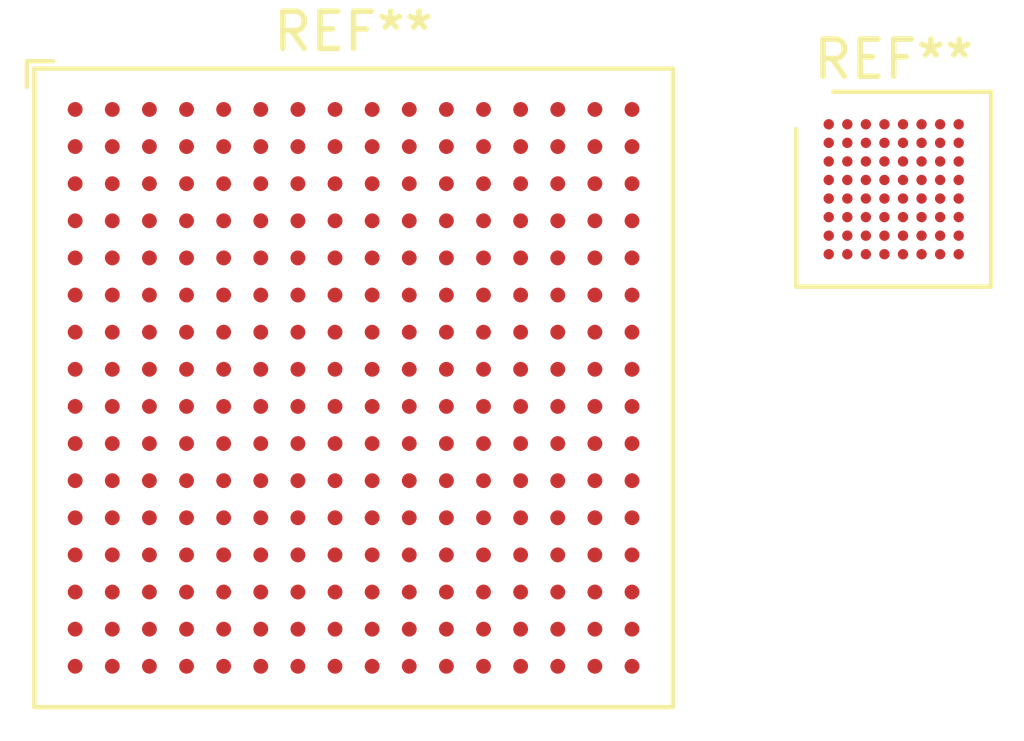
<source format=kicad_pcb>
(kicad_pcb (version 20171130) (host pcbnew "(5.1.2)-1")

  (general
    (thickness 1.6)
    (drawings 0)
    (tracks 0)
    (zones 0)
    (modules 2)
    (nets 1)
  )

  (page A4)
  (layers
    (0 F.Cu signal)
    (1 In1.Cu signal)
    (2 In2.Cu signal)
    (3 In3.Cu signal)
    (4 In4.Cu signal)
    (31 B.Cu signal)
    (32 B.Adhes user)
    (33 F.Adhes user)
    (34 B.Paste user)
    (35 F.Paste user)
    (36 B.SilkS user)
    (37 F.SilkS user)
    (38 B.Mask user)
    (39 F.Mask user)
    (40 Dwgs.User user)
    (41 Cmts.User user)
    (42 Eco1.User user)
    (43 Eco2.User user)
    (44 Edge.Cuts user)
    (45 Margin user)
    (46 B.CrtYd user)
    (47 F.CrtYd user)
    (48 B.Fab user)
    (49 F.Fab user hide)
  )

  (setup
    (last_trace_width 0.1)
    (user_trace_width 0.1)
    (user_trace_width 0.15)
    (user_trace_width 0.2)
    (user_trace_width 0.3)
    (trace_clearance 0.1)
    (zone_clearance 0.508)
    (zone_45_only no)
    (trace_min 0.1)
    (via_size 0.4)
    (via_drill 0.2)
    (via_min_size 0.4)
    (via_min_drill 0.2)
    (uvia_size 0.3)
    (uvia_drill 0.1)
    (uvias_allowed no)
    (uvia_min_size 0.2)
    (uvia_min_drill 0.1)
    (edge_width 0.05)
    (segment_width 0.2)
    (pcb_text_width 0.3)
    (pcb_text_size 1.5 1.5)
    (mod_edge_width 0.12)
    (mod_text_size 1 1)
    (mod_text_width 0.15)
    (pad_size 1.524 1.524)
    (pad_drill 0.762)
    (pad_to_mask_clearance 0.051)
    (solder_mask_min_width 0.25)
    (aux_axis_origin 0 0)
    (visible_elements 7FFFFFFF)
    (pcbplotparams
      (layerselection 0x010fc_ffffffff)
      (usegerberextensions false)
      (usegerberattributes false)
      (usegerberadvancedattributes false)
      (creategerberjobfile false)
      (excludeedgelayer true)
      (linewidth 0.100000)
      (plotframeref false)
      (viasonmask false)
      (mode 1)
      (useauxorigin false)
      (hpglpennumber 1)
      (hpglpenspeed 20)
      (hpglpendiameter 15.000000)
      (psnegative false)
      (psa4output false)
      (plotreference true)
      (plotvalue true)
      (plotinvisibletext false)
      (padsonsilk false)
      (subtractmaskfromsilk false)
      (outputformat 1)
      (mirror false)
      (drillshape 1)
      (scaleselection 1)
      (outputdirectory ""))
  )

  (net 0 "")

  (net_class Default "This is the default net class."
    (clearance 0.1)
    (trace_width 0.1)
    (via_dia 0.4)
    (via_drill 0.2)
    (uvia_dia 0.3)
    (uvia_drill 0.1)
  )

  (module Package_BGA:TFBGA-64_5x5mm_Layout8x8_P0.5mm (layer F.Cu) (tedit 5ADF9FCE) (tstamp 5D45B5B4)
    (at 138.725 60.125)
    (descr "TFBGA-64, 8x8 raster, 5x5mm package, pitch 0.5mm; see section 6.3 of http://www.st.com/resource/en/datasheet/stm32f100v8.pdf")
    (tags "BGA 64 0.5")
    (attr smd)
    (fp_text reference REF** (at 0 -3.5) (layer F.SilkS)
      (effects (font (size 1 1) (thickness 0.15)))
    )
    (fp_text value TFBGA-64_5x5mm_Layout8x8_P0.5mm (at 0 3.5) (layer F.Fab)
      (effects (font (size 1 1) (thickness 0.15)))
    )
    (fp_text user %R (at 0 0) (layer F.Fab)
      (effects (font (size 1 1) (thickness 0.15)))
    )
    (fp_line (start -2.625 2.625) (end -2.625 -1.625) (layer F.SilkS) (width 0.12))
    (fp_line (start 2.625 2.625) (end -2.625 2.625) (layer F.SilkS) (width 0.12))
    (fp_line (start 2.625 -2.625) (end 2.625 2.625) (layer F.SilkS) (width 0.12))
    (fp_line (start -1.625 -2.625) (end 2.625 -2.625) (layer F.SilkS) (width 0.12))
    (fp_line (start 3.5 -3.5) (end -3.5 -3.5) (layer F.CrtYd) (width 0.05))
    (fp_line (start 3.5 3.5) (end 3.5 -3.5) (layer F.CrtYd) (width 0.05))
    (fp_line (start -3.5 3.5) (end 3.5 3.5) (layer F.CrtYd) (width 0.05))
    (fp_line (start -3.5 -3.5) (end -3.5 3.5) (layer F.CrtYd) (width 0.05))
    (fp_line (start 2.5 -2.5) (end 2.5 2.5) (layer F.Fab) (width 0.1))
    (fp_line (start -1.5 -2.5) (end 2.5 -2.5) (layer F.Fab) (width 0.1))
    (fp_line (start -2.5 -1.5) (end -1.5 -2.5) (layer F.Fab) (width 0.1))
    (fp_line (start -2.5 2.5) (end -2.5 -1.5) (layer F.Fab) (width 0.1))
    (fp_line (start 2.5 2.5) (end -2.5 2.5) (layer F.Fab) (width 0.1))
    (pad H8 smd circle (at 1.75 1.75) (size 0.28 0.28) (layers F.Cu F.Paste F.Mask))
    (pad H7 smd circle (at 1.25 1.75) (size 0.28 0.28) (layers F.Cu F.Paste F.Mask))
    (pad H6 smd circle (at 0.75 1.75) (size 0.28 0.28) (layers F.Cu F.Paste F.Mask))
    (pad H5 smd circle (at 0.25 1.75) (size 0.28 0.28) (layers F.Cu F.Paste F.Mask))
    (pad H4 smd circle (at -0.25 1.75) (size 0.28 0.28) (layers F.Cu F.Paste F.Mask))
    (pad H3 smd circle (at -0.75 1.75) (size 0.28 0.28) (layers F.Cu F.Paste F.Mask))
    (pad H2 smd circle (at -1.25 1.75) (size 0.28 0.28) (layers F.Cu F.Paste F.Mask))
    (pad H1 smd circle (at -1.75 1.75) (size 0.28 0.28) (layers F.Cu F.Paste F.Mask))
    (pad G8 smd circle (at 1.75 1.25) (size 0.28 0.28) (layers F.Cu F.Paste F.Mask))
    (pad G7 smd circle (at 1.25 1.25) (size 0.28 0.28) (layers F.Cu F.Paste F.Mask))
    (pad G6 smd circle (at 0.75 1.25) (size 0.28 0.28) (layers F.Cu F.Paste F.Mask))
    (pad G5 smd circle (at 0.25 1.25) (size 0.28 0.28) (layers F.Cu F.Paste F.Mask))
    (pad G4 smd circle (at -0.25 1.25) (size 0.28 0.28) (layers F.Cu F.Paste F.Mask))
    (pad G3 smd circle (at -0.75 1.25) (size 0.28 0.28) (layers F.Cu F.Paste F.Mask))
    (pad G2 smd circle (at -1.25 1.25) (size 0.28 0.28) (layers F.Cu F.Paste F.Mask))
    (pad G1 smd circle (at -1.75 1.25) (size 0.28 0.28) (layers F.Cu F.Paste F.Mask))
    (pad F8 smd circle (at 1.75 0.75) (size 0.28 0.28) (layers F.Cu F.Paste F.Mask))
    (pad F7 smd circle (at 1.25 0.75) (size 0.28 0.28) (layers F.Cu F.Paste F.Mask))
    (pad F6 smd circle (at 0.75 0.75) (size 0.28 0.28) (layers F.Cu F.Paste F.Mask))
    (pad F5 smd circle (at 0.25 0.75) (size 0.28 0.28) (layers F.Cu F.Paste F.Mask))
    (pad F4 smd circle (at -0.25 0.75) (size 0.28 0.28) (layers F.Cu F.Paste F.Mask))
    (pad F3 smd circle (at -0.75 0.75) (size 0.28 0.28) (layers F.Cu F.Paste F.Mask))
    (pad F2 smd circle (at -1.25 0.75) (size 0.28 0.28) (layers F.Cu F.Paste F.Mask))
    (pad F1 smd circle (at -1.75 0.75) (size 0.28 0.28) (layers F.Cu F.Paste F.Mask))
    (pad E8 smd circle (at 1.75 0.25) (size 0.28 0.28) (layers F.Cu F.Paste F.Mask))
    (pad E7 smd circle (at 1.25 0.25) (size 0.28 0.28) (layers F.Cu F.Paste F.Mask))
    (pad E6 smd circle (at 0.75 0.25) (size 0.28 0.28) (layers F.Cu F.Paste F.Mask))
    (pad E5 smd circle (at 0.25 0.25) (size 0.28 0.28) (layers F.Cu F.Paste F.Mask))
    (pad E4 smd circle (at -0.25 0.25) (size 0.28 0.28) (layers F.Cu F.Paste F.Mask))
    (pad E3 smd circle (at -0.75 0.25) (size 0.28 0.28) (layers F.Cu F.Paste F.Mask))
    (pad E2 smd circle (at -1.25 0.25) (size 0.28 0.28) (layers F.Cu F.Paste F.Mask))
    (pad E1 smd circle (at -1.75 0.25) (size 0.28 0.28) (layers F.Cu F.Paste F.Mask))
    (pad D8 smd circle (at 1.75 -0.25) (size 0.28 0.28) (layers F.Cu F.Paste F.Mask))
    (pad D7 smd circle (at 1.25 -0.25) (size 0.28 0.28) (layers F.Cu F.Paste F.Mask))
    (pad D6 smd circle (at 0.75 -0.25) (size 0.28 0.28) (layers F.Cu F.Paste F.Mask))
    (pad D5 smd circle (at 0.25 -0.25) (size 0.28 0.28) (layers F.Cu F.Paste F.Mask))
    (pad D4 smd circle (at -0.25 -0.25) (size 0.28 0.28) (layers F.Cu F.Paste F.Mask))
    (pad D3 smd circle (at -0.75 -0.25) (size 0.28 0.28) (layers F.Cu F.Paste F.Mask))
    (pad D2 smd circle (at -1.25 -0.25) (size 0.28 0.28) (layers F.Cu F.Paste F.Mask))
    (pad D1 smd circle (at -1.75 -0.25) (size 0.28 0.28) (layers F.Cu F.Paste F.Mask))
    (pad C8 smd circle (at 1.75 -0.75) (size 0.28 0.28) (layers F.Cu F.Paste F.Mask))
    (pad C7 smd circle (at 1.25 -0.75) (size 0.28 0.28) (layers F.Cu F.Paste F.Mask))
    (pad C6 smd circle (at 0.75 -0.75) (size 0.28 0.28) (layers F.Cu F.Paste F.Mask))
    (pad C5 smd circle (at 0.25 -0.75) (size 0.28 0.28) (layers F.Cu F.Paste F.Mask))
    (pad C4 smd circle (at -0.25 -0.75) (size 0.28 0.28) (layers F.Cu F.Paste F.Mask))
    (pad C3 smd circle (at -0.75 -0.75) (size 0.28 0.28) (layers F.Cu F.Paste F.Mask))
    (pad C2 smd circle (at -1.25 -0.75) (size 0.28 0.28) (layers F.Cu F.Paste F.Mask))
    (pad C1 smd circle (at -1.75 -0.75) (size 0.28 0.28) (layers F.Cu F.Paste F.Mask))
    (pad B8 smd circle (at 1.75 -1.25) (size 0.28 0.28) (layers F.Cu F.Paste F.Mask))
    (pad B7 smd circle (at 1.25 -1.25) (size 0.28 0.28) (layers F.Cu F.Paste F.Mask))
    (pad B6 smd circle (at 0.75 -1.25) (size 0.28 0.28) (layers F.Cu F.Paste F.Mask))
    (pad B5 smd circle (at 0.25 -1.25) (size 0.28 0.28) (layers F.Cu F.Paste F.Mask))
    (pad B4 smd circle (at -0.25 -1.25) (size 0.28 0.28) (layers F.Cu F.Paste F.Mask))
    (pad B3 smd circle (at -0.75 -1.25) (size 0.28 0.28) (layers F.Cu F.Paste F.Mask))
    (pad B2 smd circle (at -1.25 -1.25) (size 0.28 0.28) (layers F.Cu F.Paste F.Mask))
    (pad B1 smd circle (at -1.75 -1.25) (size 0.28 0.28) (layers F.Cu F.Paste F.Mask))
    (pad A8 smd circle (at 1.75 -1.75) (size 0.28 0.28) (layers F.Cu F.Paste F.Mask))
    (pad A7 smd circle (at 1.25 -1.75) (size 0.28 0.28) (layers F.Cu F.Paste F.Mask))
    (pad A6 smd circle (at 0.75 -1.75) (size 0.28 0.28) (layers F.Cu F.Paste F.Mask))
    (pad A5 smd circle (at 0.25 -1.75) (size 0.28 0.28) (layers F.Cu F.Paste F.Mask))
    (pad A4 smd circle (at -0.25 -1.75) (size 0.28 0.28) (layers F.Cu F.Paste F.Mask))
    (pad A3 smd circle (at -0.75 -1.75) (size 0.28 0.28) (layers F.Cu F.Paste F.Mask))
    (pad A2 smd circle (at -1.25 -1.75) (size 0.28 0.28) (layers F.Cu F.Paste F.Mask))
    (pad A1 smd circle (at -1.75 -1.75) (size 0.28 0.28) (layers F.Cu F.Paste F.Mask))
    (model ${KISYS3DMOD}/Package_BGA.3dshapes/TFBGA-64_5x5mm_Layout8x8_P0.5mm.wrl
      (at (xyz 0 0 0))
      (scale (xyz 1 1 1))
      (rotate (xyz 0 0 0))
    )
  )

  (module Package_BGA:BGA-256_17.0x17.0mm_Layout16x16_P1.0mm_Ball0.5mm_Pad0.4mm_NSMD (layer F.Cu) (tedit 5A058D74) (tstamp 5D45ACB2)
    (at 124.175 65.475)
    (descr "BGA-256, dimensions: https://www.xilinx.com/support/documentation/package_specs/ft256.pdf, design rules: https://www.xilinx.com/support/documentation/user_guides/ug1099-bga-device-design-rules.pdf")
    (tags BGA-256)
    (attr smd)
    (fp_text reference REF** (at 0 -9.6) (layer F.SilkS)
      (effects (font (size 1 1) (thickness 0.15)))
    )
    (fp_text value BGA-256_17.0x17.0mm_Layout16x16_P1.0mm_Ball0.5mm_Pad0.4mm_NSMD (at 0 9.7) (layer F.Fab)
      (effects (font (size 1 1) (thickness 0.15)))
    )
    (fp_line (start 9.5 9.5) (end -9.5 9.5) (layer F.CrtYd) (width 0.05))
    (fp_line (start 9.5 9.5) (end 9.5 -9.5) (layer F.CrtYd) (width 0.05))
    (fp_line (start -9.5 -9.5) (end -9.5 9.5) (layer F.CrtYd) (width 0.05))
    (fp_line (start -9.5 -9.5) (end 9.5 -9.5) (layer F.CrtYd) (width 0.05))
    (fp_line (start -8.5 -8) (end -8.5 8.5) (layer F.Fab) (width 0.1))
    (fp_line (start -8 -8.5) (end -8.5 -8) (layer F.Fab) (width 0.1))
    (fp_line (start 8.5 -8.5) (end -8 -8.5) (layer F.Fab) (width 0.1))
    (fp_line (start 8.5 8.5) (end 8.5 -8.5) (layer F.Fab) (width 0.1))
    (fp_line (start -8.5 8.5) (end 8.5 8.5) (layer F.Fab) (width 0.1))
    (fp_line (start 8.6 8.6) (end 8.6 -8.6) (layer F.SilkS) (width 0.12))
    (fp_line (start -8.6 8.6) (end 8.6 8.6) (layer F.SilkS) (width 0.12))
    (fp_line (start -8.6 -8.6) (end -8.6 8.6) (layer F.SilkS) (width 0.12))
    (fp_line (start 8.6 -8.6) (end -8.6 -8.6) (layer F.SilkS) (width 0.12))
    (fp_line (start -8.8 -8.8) (end -8.8 -8.1) (layer F.SilkS) (width 0.12))
    (fp_line (start -8.1 -8.8) (end -8.8 -8.8) (layer F.SilkS) (width 0.12))
    (fp_text user %R (at 0 0) (layer F.Fab)
      (effects (font (size 1 1) (thickness 0.15)))
    )
    (pad H16 smd circle (at 7.5 -0.5) (size 0.4 0.4) (layers F.Cu F.Paste F.Mask))
    (pad J16 smd circle (at 7.5 0.5) (size 0.4 0.4) (layers F.Cu F.Paste F.Mask))
    (pad K16 smd circle (at 7.5 1.5) (size 0.4 0.4) (layers F.Cu F.Paste F.Mask))
    (pad L16 smd circle (at 7.5 2.5) (size 0.4 0.4) (layers F.Cu F.Paste F.Mask))
    (pad M16 smd circle (at 7.5 3.5) (size 0.4 0.4) (layers F.Cu F.Paste F.Mask))
    (pad N16 smd circle (at 7.5 4.5) (size 0.4 0.4) (layers F.Cu F.Paste F.Mask))
    (pad P16 smd circle (at 7.5 5.5) (size 0.4 0.4) (layers F.Cu F.Paste F.Mask))
    (pad R16 smd circle (at 7.5 6.5) (size 0.4 0.4) (layers F.Cu F.Paste F.Mask))
    (pad T16 smd circle (at 7.5 7.5) (size 0.4 0.4) (layers F.Cu F.Paste F.Mask))
    (pad N12 smd circle (at 3.5 4.5) (size 0.4 0.4) (layers F.Cu F.Paste F.Mask))
    (pad M12 smd circle (at 3.5 3.5) (size 0.4 0.4) (layers F.Cu F.Paste F.Mask))
    (pad L12 smd circle (at 3.5 2.5) (size 0.4 0.4) (layers F.Cu F.Paste F.Mask))
    (pad K12 smd circle (at 3.5 1.5) (size 0.4 0.4) (layers F.Cu F.Paste F.Mask))
    (pad K11 smd circle (at 2.5 1.5) (size 0.4 0.4) (layers F.Cu F.Paste F.Mask))
    (pad L11 smd circle (at 2.5 2.5) (size 0.4 0.4) (layers F.Cu F.Paste F.Mask))
    (pad M11 smd circle (at 2.5 3.5) (size 0.4 0.4) (layers F.Cu F.Paste F.Mask))
    (pad N11 smd circle (at 2.5 4.5) (size 0.4 0.4) (layers F.Cu F.Paste F.Mask))
    (pad T15 smd circle (at 6.5 7.5) (size 0.4 0.4) (layers F.Cu F.Paste F.Mask))
    (pad R15 smd circle (at 6.5 6.5) (size 0.4 0.4) (layers F.Cu F.Paste F.Mask))
    (pad P15 smd circle (at 6.5 5.5) (size 0.4 0.4) (layers F.Cu F.Paste F.Mask))
    (pad N15 smd circle (at 6.5 4.5) (size 0.4 0.4) (layers F.Cu F.Paste F.Mask))
    (pad M15 smd circle (at 6.5 3.5) (size 0.4 0.4) (layers F.Cu F.Paste F.Mask))
    (pad L15 smd circle (at 6.5 2.5) (size 0.4 0.4) (layers F.Cu F.Paste F.Mask))
    (pad K15 smd circle (at 6.5 1.5) (size 0.4 0.4) (layers F.Cu F.Paste F.Mask))
    (pad J15 smd circle (at 6.5 0.5) (size 0.4 0.4) (layers F.Cu F.Paste F.Mask))
    (pad H15 smd circle (at 6.5 -0.5) (size 0.4 0.4) (layers F.Cu F.Paste F.Mask))
    (pad H14 smd circle (at 5.5 -0.5) (size 0.4 0.4) (layers F.Cu F.Paste F.Mask))
    (pad J14 smd circle (at 5.5 0.5) (size 0.4 0.4) (layers F.Cu F.Paste F.Mask))
    (pad K14 smd circle (at 5.5 1.5) (size 0.4 0.4) (layers F.Cu F.Paste F.Mask))
    (pad L14 smd circle (at 5.5 2.5) (size 0.4 0.4) (layers F.Cu F.Paste F.Mask))
    (pad M14 smd circle (at 5.5 3.5) (size 0.4 0.4) (layers F.Cu F.Paste F.Mask))
    (pad N14 smd circle (at 5.5 4.5) (size 0.4 0.4) (layers F.Cu F.Paste F.Mask))
    (pad P14 smd circle (at 5.5 5.5) (size 0.4 0.4) (layers F.Cu F.Paste F.Mask))
    (pad R14 smd circle (at 5.5 6.5) (size 0.4 0.4) (layers F.Cu F.Paste F.Mask))
    (pad T14 smd circle (at 5.5 7.5) (size 0.4 0.4) (layers F.Cu F.Paste F.Mask))
    (pad N10 smd circle (at 1.5 4.5) (size 0.4 0.4) (layers F.Cu F.Paste F.Mask))
    (pad M10 smd circle (at 1.5 3.5) (size 0.4 0.4) (layers F.Cu F.Paste F.Mask))
    (pad L10 smd circle (at 1.5 2.5) (size 0.4 0.4) (layers F.Cu F.Paste F.Mask))
    (pad K10 smd circle (at 1.5 1.5) (size 0.4 0.4) (layers F.Cu F.Paste F.Mask))
    (pad K9 smd circle (at 0.5 1.5) (size 0.4 0.4) (layers F.Cu F.Paste F.Mask))
    (pad L9 smd circle (at 0.5 2.5) (size 0.4 0.4) (layers F.Cu F.Paste F.Mask))
    (pad M9 smd circle (at 0.5 3.5) (size 0.4 0.4) (layers F.Cu F.Paste F.Mask))
    (pad N9 smd circle (at 0.5 4.5) (size 0.4 0.4) (layers F.Cu F.Paste F.Mask))
    (pad T13 smd circle (at 4.5 7.5) (size 0.4 0.4) (layers F.Cu F.Paste F.Mask))
    (pad R13 smd circle (at 4.5 6.5) (size 0.4 0.4) (layers F.Cu F.Paste F.Mask))
    (pad P13 smd circle (at 4.5 5.5) (size 0.4 0.4) (layers F.Cu F.Paste F.Mask))
    (pad N13 smd circle (at 4.5 4.5) (size 0.4 0.4) (layers F.Cu F.Paste F.Mask))
    (pad M13 smd circle (at 4.5 3.5) (size 0.4 0.4) (layers F.Cu F.Paste F.Mask))
    (pad L13 smd circle (at 4.5 2.5) (size 0.4 0.4) (layers F.Cu F.Paste F.Mask))
    (pad K13 smd circle (at 4.5 1.5) (size 0.4 0.4) (layers F.Cu F.Paste F.Mask))
    (pad J13 smd circle (at 4.5 0.5) (size 0.4 0.4) (layers F.Cu F.Paste F.Mask))
    (pad H13 smd circle (at 4.5 -0.5) (size 0.4 0.4) (layers F.Cu F.Paste F.Mask))
    (pad J12 smd circle (at 3.5 0.5) (size 0.4 0.4) (layers F.Cu F.Paste F.Mask))
    (pad J11 smd circle (at 2.5 0.5) (size 0.4 0.4) (layers F.Cu F.Paste F.Mask))
    (pad J10 smd circle (at 1.5 0.5) (size 0.4 0.4) (layers F.Cu F.Paste F.Mask))
    (pad H12 smd circle (at 3.5 -0.5) (size 0.4 0.4) (layers F.Cu F.Paste F.Mask))
    (pad H11 smd circle (at 2.5 -0.5) (size 0.4 0.4) (layers F.Cu F.Paste F.Mask))
    (pad H10 smd circle (at 1.5 -0.5) (size 0.4 0.4) (layers F.Cu F.Paste F.Mask))
    (pad H9 smd circle (at 0.5 -0.5) (size 0.4 0.4) (layers F.Cu F.Paste F.Mask))
    (pad T12 smd circle (at 3.5 7.5) (size 0.4 0.4) (layers F.Cu F.Paste F.Mask))
    (pad R12 smd circle (at 3.5 6.5) (size 0.4 0.4) (layers F.Cu F.Paste F.Mask))
    (pad G9 smd circle (at 0.5 -1.5) (size 0.4 0.4) (layers F.Cu F.Paste F.Mask))
    (pad G10 smd circle (at 1.5 -1.5) (size 0.4 0.4) (layers F.Cu F.Paste F.Mask))
    (pad G11 smd circle (at 2.5 -1.5) (size 0.4 0.4) (layers F.Cu F.Paste F.Mask))
    (pad G12 smd circle (at 3.5 -1.5) (size 0.4 0.4) (layers F.Cu F.Paste F.Mask))
    (pad J9 smd circle (at 0.5 0.5) (size 0.4 0.4) (layers F.Cu F.Paste F.Mask))
    (pad F12 smd circle (at 3.5 -2.5) (size 0.4 0.4) (layers F.Cu F.Paste F.Mask))
    (pad F11 smd circle (at 2.5 -2.5) (size 0.4 0.4) (layers F.Cu F.Paste F.Mask))
    (pad F10 smd circle (at 1.5 -2.5) (size 0.4 0.4) (layers F.Cu F.Paste F.Mask))
    (pad F9 smd circle (at 0.5 -2.5) (size 0.4 0.4) (layers F.Cu F.Paste F.Mask))
    (pad P12 smd circle (at 3.5 5.5) (size 0.4 0.4) (layers F.Cu F.Paste F.Mask))
    (pad E12 smd circle (at 3.5 -3.5) (size 0.4 0.4) (layers F.Cu F.Paste F.Mask))
    (pad E11 smd circle (at 2.5 -3.5) (size 0.4 0.4) (layers F.Cu F.Paste F.Mask))
    (pad E10 smd circle (at 1.5 -3.5) (size 0.4 0.4) (layers F.Cu F.Paste F.Mask))
    (pad E9 smd circle (at 0.5 -3.5) (size 0.4 0.4) (layers F.Cu F.Paste F.Mask))
    (pad N8 smd circle (at -0.5 4.5) (size 0.4 0.4) (layers F.Cu F.Paste F.Mask))
    (pad T11 smd circle (at 2.5 7.5) (size 0.4 0.4) (layers F.Cu F.Paste F.Mask))
    (pad T10 smd circle (at 1.5 7.5) (size 0.4 0.4) (layers F.Cu F.Paste F.Mask))
    (pad T9 smd circle (at 0.5 7.5) (size 0.4 0.4) (layers F.Cu F.Paste F.Mask))
    (pad T8 smd circle (at -0.5 7.5) (size 0.4 0.4) (layers F.Cu F.Paste F.Mask))
    (pad T7 smd circle (at -1.5 7.5) (size 0.4 0.4) (layers F.Cu F.Paste F.Mask))
    (pad R11 smd circle (at 2.5 6.5) (size 0.4 0.4) (layers F.Cu F.Paste F.Mask))
    (pad R10 smd circle (at 1.5 6.5) (size 0.4 0.4) (layers F.Cu F.Paste F.Mask))
    (pad R9 smd circle (at 0.5 6.5) (size 0.4 0.4) (layers F.Cu F.Paste F.Mask))
    (pad R8 smd circle (at -0.5 6.5) (size 0.4 0.4) (layers F.Cu F.Paste F.Mask))
    (pad R7 smd circle (at -1.5 6.5) (size 0.4 0.4) (layers F.Cu F.Paste F.Mask))
    (pad P7 smd circle (at -1.5 5.5) (size 0.4 0.4) (layers F.Cu F.Paste F.Mask))
    (pad P8 smd circle (at -0.5 5.5) (size 0.4 0.4) (layers F.Cu F.Paste F.Mask))
    (pad P9 smd circle (at 0.5 5.5) (size 0.4 0.4) (layers F.Cu F.Paste F.Mask))
    (pad P10 smd circle (at 1.5 5.5) (size 0.4 0.4) (layers F.Cu F.Paste F.Mask))
    (pad P11 smd circle (at 2.5 5.5) (size 0.4 0.4) (layers F.Cu F.Paste F.Mask))
    (pad N7 smd circle (at -1.5 4.5) (size 0.4 0.4) (layers F.Cu F.Paste F.Mask))
    (pad N6 smd circle (at -2.5 4.5) (size 0.4 0.4) (layers F.Cu F.Paste F.Mask))
    (pad N5 smd circle (at -3.5 4.5) (size 0.4 0.4) (layers F.Cu F.Paste F.Mask))
    (pad M8 smd circle (at -0.5 3.5) (size 0.4 0.4) (layers F.Cu F.Paste F.Mask))
    (pad T6 smd circle (at -2.5 7.5) (size 0.4 0.4) (layers F.Cu F.Paste F.Mask))
    (pad T5 smd circle (at -3.5 7.5) (size 0.4 0.4) (layers F.Cu F.Paste F.Mask))
    (pad R6 smd circle (at -2.5 6.5) (size 0.4 0.4) (layers F.Cu F.Paste F.Mask))
    (pad R5 smd circle (at -3.5 6.5) (size 0.4 0.4) (layers F.Cu F.Paste F.Mask))
    (pad P6 smd circle (at -2.5 5.5) (size 0.4 0.4) (layers F.Cu F.Paste F.Mask))
    (pad P5 smd circle (at -3.5 5.5) (size 0.4 0.4) (layers F.Cu F.Paste F.Mask))
    (pad M7 smd circle (at -1.5 3.5) (size 0.4 0.4) (layers F.Cu F.Paste F.Mask))
    (pad M6 smd circle (at -2.5 3.5) (size 0.4 0.4) (layers F.Cu F.Paste F.Mask))
    (pad M5 smd circle (at -3.5 3.5) (size 0.4 0.4) (layers F.Cu F.Paste F.Mask))
    (pad L8 smd circle (at -0.5 2.5) (size 0.4 0.4) (layers F.Cu F.Paste F.Mask))
    (pad L7 smd circle (at -1.5 2.5) (size 0.4 0.4) (layers F.Cu F.Paste F.Mask))
    (pad L6 smd circle (at -2.5 2.5) (size 0.4 0.4) (layers F.Cu F.Paste F.Mask))
    (pad L5 smd circle (at -3.5 2.5) (size 0.4 0.4) (layers F.Cu F.Paste F.Mask))
    (pad K8 smd circle (at -0.5 1.5) (size 0.4 0.4) (layers F.Cu F.Paste F.Mask))
    (pad K7 smd circle (at -1.5 1.5) (size 0.4 0.4) (layers F.Cu F.Paste F.Mask))
    (pad K6 smd circle (at -2.5 1.5) (size 0.4 0.4) (layers F.Cu F.Paste F.Mask))
    (pad K5 smd circle (at -3.5 1.5) (size 0.4 0.4) (layers F.Cu F.Paste F.Mask))
    (pad J8 smd circle (at -0.5 0.5) (size 0.4 0.4) (layers F.Cu F.Paste F.Mask))
    (pad J7 smd circle (at -1.5 0.5) (size 0.4 0.4) (layers F.Cu F.Paste F.Mask))
    (pad J6 smd circle (at -2.5 0.5) (size 0.4 0.4) (layers F.Cu F.Paste F.Mask))
    (pad J5 smd circle (at -3.5 0.5) (size 0.4 0.4) (layers F.Cu F.Paste F.Mask))
    (pad H8 smd circle (at -0.5 -0.5) (size 0.4 0.4) (layers F.Cu F.Paste F.Mask))
    (pad H7 smd circle (at -1.5 -0.5) (size 0.4 0.4) (layers F.Cu F.Paste F.Mask))
    (pad H6 smd circle (at -2.5 -0.5) (size 0.4 0.4) (layers F.Cu F.Paste F.Mask))
    (pad H5 smd circle (at -3.5 -0.5) (size 0.4 0.4) (layers F.Cu F.Paste F.Mask))
    (pad G8 smd circle (at -0.5 -1.5) (size 0.4 0.4) (layers F.Cu F.Paste F.Mask))
    (pad G7 smd circle (at -1.5 -1.5) (size 0.4 0.4) (layers F.Cu F.Paste F.Mask))
    (pad G6 smd circle (at -2.5 -1.5) (size 0.4 0.4) (layers F.Cu F.Paste F.Mask))
    (pad G5 smd circle (at -3.5 -1.5) (size 0.4 0.4) (layers F.Cu F.Paste F.Mask))
    (pad F8 smd circle (at -0.5 -2.5) (size 0.4 0.4) (layers F.Cu F.Paste F.Mask))
    (pad F7 smd circle (at -1.5 -2.5) (size 0.4 0.4) (layers F.Cu F.Paste F.Mask))
    (pad F6 smd circle (at -2.5 -2.5) (size 0.4 0.4) (layers F.Cu F.Paste F.Mask))
    (pad F5 smd circle (at -3.5 -2.5) (size 0.4 0.4) (layers F.Cu F.Paste F.Mask))
    (pad E5 smd circle (at -3.5 -3.5) (size 0.4 0.4) (layers F.Cu F.Paste F.Mask))
    (pad E6 smd circle (at -2.5 -3.5) (size 0.4 0.4) (layers F.Cu F.Paste F.Mask))
    (pad E7 smd circle (at -1.5 -3.5) (size 0.4 0.4) (layers F.Cu F.Paste F.Mask))
    (pad E8 smd circle (at -0.5 -3.5) (size 0.4 0.4) (layers F.Cu F.Paste F.Mask))
    (pad T4 smd circle (at -4.5 7.5) (size 0.4 0.4) (layers F.Cu F.Paste F.Mask))
    (pad T3 smd circle (at -5.5 7.5) (size 0.4 0.4) (layers F.Cu F.Paste F.Mask))
    (pad T2 smd circle (at -6.5 7.5) (size 0.4 0.4) (layers F.Cu F.Paste F.Mask))
    (pad T1 smd circle (at -7.5 7.5) (size 0.4 0.4) (layers F.Cu F.Paste F.Mask))
    (pad R1 smd circle (at -7.5 6.5) (size 0.4 0.4) (layers F.Cu F.Paste F.Mask))
    (pad P1 smd circle (at -7.5 5.5) (size 0.4 0.4) (layers F.Cu F.Paste F.Mask))
    (pad N1 smd circle (at -7.5 4.5) (size 0.4 0.4) (layers F.Cu F.Paste F.Mask))
    (pad R2 smd circle (at -6.5 6.5) (size 0.4 0.4) (layers F.Cu F.Paste F.Mask))
    (pad P2 smd circle (at -6.5 5.5) (size 0.4 0.4) (layers F.Cu F.Paste F.Mask))
    (pad N2 smd circle (at -6.5 4.5) (size 0.4 0.4) (layers F.Cu F.Paste F.Mask))
    (pad N3 smd circle (at -5.5 4.5) (size 0.4 0.4) (layers F.Cu F.Paste F.Mask))
    (pad P3 smd circle (at -5.5 5.5) (size 0.4 0.4) (layers F.Cu F.Paste F.Mask))
    (pad R3 smd circle (at -5.5 6.5) (size 0.4 0.4) (layers F.Cu F.Paste F.Mask))
    (pad R4 smd circle (at -4.5 6.5) (size 0.4 0.4) (layers F.Cu F.Paste F.Mask))
    (pad P4 smd circle (at -4.5 5.5) (size 0.4 0.4) (layers F.Cu F.Paste F.Mask))
    (pad N4 smd circle (at -4.5 4.5) (size 0.4 0.4) (layers F.Cu F.Paste F.Mask))
    (pad M4 smd circle (at -4.5 3.5) (size 0.4 0.4) (layers F.Cu F.Paste F.Mask))
    (pad M3 smd circle (at -5.5 3.5) (size 0.4 0.4) (layers F.Cu F.Paste F.Mask))
    (pad M2 smd circle (at -6.5 3.5) (size 0.4 0.4) (layers F.Cu F.Paste F.Mask))
    (pad M1 smd circle (at -7.5 3.5) (size 0.4 0.4) (layers F.Cu F.Paste F.Mask))
    (pad L1 smd circle (at -7.5 2.5) (size 0.4 0.4) (layers F.Cu F.Paste F.Mask))
    (pad L2 smd circle (at -6.5 2.5) (size 0.4 0.4) (layers F.Cu F.Paste F.Mask))
    (pad L3 smd circle (at -5.5 2.5) (size 0.4 0.4) (layers F.Cu F.Paste F.Mask))
    (pad L4 smd circle (at -4.5 2.5) (size 0.4 0.4) (layers F.Cu F.Paste F.Mask))
    (pad K4 smd circle (at -4.5 1.5) (size 0.4 0.4) (layers F.Cu F.Paste F.Mask))
    (pad K3 smd circle (at -5.5 1.5) (size 0.4 0.4) (layers F.Cu F.Paste F.Mask))
    (pad K2 smd circle (at -6.5 1.5) (size 0.4 0.4) (layers F.Cu F.Paste F.Mask))
    (pad K1 smd circle (at -7.5 1.5) (size 0.4 0.4) (layers F.Cu F.Paste F.Mask))
    (pad J2 smd circle (at -6.5 0.5) (size 0.4 0.4) (layers F.Cu F.Paste F.Mask))
    (pad J3 smd circle (at -5.5 0.5) (size 0.4 0.4) (layers F.Cu F.Paste F.Mask))
    (pad J4 smd circle (at -4.5 0.5) (size 0.4 0.4) (layers F.Cu F.Paste F.Mask))
    (pad H4 smd circle (at -4.5 -0.5) (size 0.4 0.4) (layers F.Cu F.Paste F.Mask))
    (pad H3 smd circle (at -5.5 -0.5) (size 0.4 0.4) (layers F.Cu F.Paste F.Mask))
    (pad H2 smd circle (at -6.5 -0.5) (size 0.4 0.4) (layers F.Cu F.Paste F.Mask))
    (pad G2 smd circle (at -6.5 -1.5) (size 0.4 0.4) (layers F.Cu F.Paste F.Mask))
    (pad G3 smd circle (at -5.5 -1.5) (size 0.4 0.4) (layers F.Cu F.Paste F.Mask))
    (pad G4 smd circle (at -4.5 -1.5) (size 0.4 0.4) (layers F.Cu F.Paste F.Mask))
    (pad F4 smd circle (at -4.5 -2.5) (size 0.4 0.4) (layers F.Cu F.Paste F.Mask))
    (pad F3 smd circle (at -5.5 -2.5) (size 0.4 0.4) (layers F.Cu F.Paste F.Mask))
    (pad F2 smd circle (at -6.5 -2.5) (size 0.4 0.4) (layers F.Cu F.Paste F.Mask))
    (pad E16 smd circle (at 7.5 -3.5) (size 0.4 0.4) (layers F.Cu F.Paste F.Mask))
    (pad F16 smd circle (at 7.5 -2.5) (size 0.4 0.4) (layers F.Cu F.Paste F.Mask))
    (pad G16 smd circle (at 7.5 -1.5) (size 0.4 0.4) (layers F.Cu F.Paste F.Mask))
    (pad G15 smd circle (at 6.5 -1.5) (size 0.4 0.4) (layers F.Cu F.Paste F.Mask))
    (pad F15 smd circle (at 6.5 -2.5) (size 0.4 0.4) (layers F.Cu F.Paste F.Mask))
    (pad E15 smd circle (at 6.5 -3.5) (size 0.4 0.4) (layers F.Cu F.Paste F.Mask))
    (pad E14 smd circle (at 5.5 -3.5) (size 0.4 0.4) (layers F.Cu F.Paste F.Mask))
    (pad F14 smd circle (at 5.5 -2.5) (size 0.4 0.4) (layers F.Cu F.Paste F.Mask))
    (pad G14 smd circle (at 5.5 -1.5) (size 0.4 0.4) (layers F.Cu F.Paste F.Mask))
    (pad G13 smd circle (at 4.5 -1.5) (size 0.4 0.4) (layers F.Cu F.Paste F.Mask))
    (pad F13 smd circle (at 4.5 -2.5) (size 0.4 0.4) (layers F.Cu F.Paste F.Mask))
    (pad E13 smd circle (at 4.5 -3.5) (size 0.4 0.4) (layers F.Cu F.Paste F.Mask))
    (pad C16 smd circle (at 7.5 -5.5) (size 0.4 0.4) (layers F.Cu F.Paste F.Mask))
    (pad D16 smd circle (at 7.5 -4.5) (size 0.4 0.4) (layers F.Cu F.Paste F.Mask))
    (pad D15 smd circle (at 6.5 -4.5) (size 0.4 0.4) (layers F.Cu F.Paste F.Mask))
    (pad C15 smd circle (at 6.5 -5.5) (size 0.4 0.4) (layers F.Cu F.Paste F.Mask))
    (pad D13 smd circle (at 4.5 -4.5) (size 0.4 0.4) (layers F.Cu F.Paste F.Mask))
    (pad D14 smd circle (at 5.5 -4.5) (size 0.4 0.4) (layers F.Cu F.Paste F.Mask))
    (pad C14 smd circle (at 5.5 -5.5) (size 0.4 0.4) (layers F.Cu F.Paste F.Mask))
    (pad C13 smd circle (at 4.5 -5.5) (size 0.4 0.4) (layers F.Cu F.Paste F.Mask))
    (pad C12 smd circle (at 3.5 -5.5) (size 0.4 0.4) (layers F.Cu F.Paste F.Mask))
    (pad D12 smd circle (at 3.5 -4.5) (size 0.4 0.4) (layers F.Cu F.Paste F.Mask))
    (pad D11 smd circle (at 2.5 -4.5) (size 0.4 0.4) (layers F.Cu F.Paste F.Mask))
    (pad C11 smd circle (at 2.5 -5.5) (size 0.4 0.4) (layers F.Cu F.Paste F.Mask))
    (pad D10 smd circle (at 1.5 -4.5) (size 0.4 0.4) (layers F.Cu F.Paste F.Mask))
    (pad C10 smd circle (at 1.5 -5.5) (size 0.4 0.4) (layers F.Cu F.Paste F.Mask))
    (pad E4 smd circle (at -4.5 -3.5) (size 0.4 0.4) (layers F.Cu F.Paste F.Mask))
    (pad E3 smd circle (at -5.5 -3.5) (size 0.4 0.4) (layers F.Cu F.Paste F.Mask))
    (pad E2 smd circle (at -6.5 -3.5) (size 0.4 0.4) (layers F.Cu F.Paste F.Mask))
    (pad D9 smd circle (at 0.5 -4.5) (size 0.4 0.4) (layers F.Cu F.Paste F.Mask))
    (pad D8 smd circle (at -0.5 -4.5) (size 0.4 0.4) (layers F.Cu F.Paste F.Mask))
    (pad D7 smd circle (at -1.5 -4.5) (size 0.4 0.4) (layers F.Cu F.Paste F.Mask))
    (pad D6 smd circle (at -2.5 -4.5) (size 0.4 0.4) (layers F.Cu F.Paste F.Mask))
    (pad D5 smd circle (at -3.5 -4.5) (size 0.4 0.4) (layers F.Cu F.Paste F.Mask))
    (pad D4 smd circle (at -4.5 -4.5) (size 0.4 0.4) (layers F.Cu F.Paste F.Mask))
    (pad D3 smd circle (at -5.5 -4.5) (size 0.4 0.4) (layers F.Cu F.Paste F.Mask))
    (pad D2 smd circle (at -6.5 -4.5) (size 0.4 0.4) (layers F.Cu F.Paste F.Mask))
    (pad C9 smd circle (at 0.5 -5.5) (size 0.4 0.4) (layers F.Cu F.Paste F.Mask))
    (pad C8 smd circle (at -0.5 -5.5) (size 0.4 0.4) (layers F.Cu F.Paste F.Mask))
    (pad C7 smd circle (at -1.5 -5.5) (size 0.4 0.4) (layers F.Cu F.Paste F.Mask))
    (pad C6 smd circle (at -2.5 -5.5) (size 0.4 0.4) (layers F.Cu F.Paste F.Mask))
    (pad C5 smd circle (at -3.5 -5.5) (size 0.4 0.4) (layers F.Cu F.Paste F.Mask))
    (pad C4 smd circle (at -4.5 -5.5) (size 0.4 0.4) (layers F.Cu F.Paste F.Mask))
    (pad C3 smd circle (at -5.5 -5.5) (size 0.4 0.4) (layers F.Cu F.Paste F.Mask))
    (pad C2 smd circle (at -6.5 -5.5) (size 0.4 0.4) (layers F.Cu F.Paste F.Mask))
    (pad B4 smd circle (at -4.5 -6.5) (size 0.4 0.4) (layers F.Cu F.Paste F.Mask))
    (pad B3 smd circle (at -5.5 -6.5) (size 0.4 0.4) (layers F.Cu F.Paste F.Mask))
    (pad B2 smd circle (at -6.5 -6.5) (size 0.4 0.4) (layers F.Cu F.Paste F.Mask))
    (pad B5 smd circle (at -3.5 -6.5) (size 0.4 0.4) (layers F.Cu F.Paste F.Mask))
    (pad B6 smd circle (at -2.5 -6.5) (size 0.4 0.4) (layers F.Cu F.Paste F.Mask))
    (pad B7 smd circle (at -1.5 -6.5) (size 0.4 0.4) (layers F.Cu F.Paste F.Mask))
    (pad B8 smd circle (at -0.5 -6.5) (size 0.4 0.4) (layers F.Cu F.Paste F.Mask))
    (pad B9 smd circle (at 0.5 -6.5) (size 0.4 0.4) (layers F.Cu F.Paste F.Mask))
    (pad B10 smd circle (at 1.5 -6.5) (size 0.4 0.4) (layers F.Cu F.Paste F.Mask))
    (pad B11 smd circle (at 2.5 -6.5) (size 0.4 0.4) (layers F.Cu F.Paste F.Mask))
    (pad B12 smd circle (at 3.5 -6.5) (size 0.4 0.4) (layers F.Cu F.Paste F.Mask))
    (pad B13 smd circle (at 4.5 -6.5) (size 0.4 0.4) (layers F.Cu F.Paste F.Mask))
    (pad B14 smd circle (at 5.5 -6.5) (size 0.4 0.4) (layers F.Cu F.Paste F.Mask))
    (pad B15 smd circle (at 6.5 -6.5) (size 0.4 0.4) (layers F.Cu F.Paste F.Mask))
    (pad B16 smd circle (at 7.5 -6.5) (size 0.4 0.4) (layers F.Cu F.Paste F.Mask))
    (pad J1 smd circle (at -7.5 0.5) (size 0.4 0.4) (layers F.Cu F.Paste F.Mask))
    (pad H1 smd circle (at -7.5 -0.5) (size 0.4 0.4) (layers F.Cu F.Paste F.Mask))
    (pad G1 smd circle (at -7.5 -1.5) (size 0.4 0.4) (layers F.Cu F.Paste F.Mask))
    (pad F1 smd circle (at -7.5 -2.5) (size 0.4 0.4) (layers F.Cu F.Paste F.Mask))
    (pad E1 smd circle (at -7.5 -3.5) (size 0.4 0.4) (layers F.Cu F.Paste F.Mask))
    (pad D1 smd circle (at -7.5 -4.5) (size 0.4 0.4) (layers F.Cu F.Paste F.Mask))
    (pad C1 smd circle (at -7.5 -5.5) (size 0.4 0.4) (layers F.Cu F.Paste F.Mask))
    (pad B1 smd circle (at -7.5 -6.5) (size 0.4 0.4) (layers F.Cu F.Paste F.Mask))
    (pad A16 smd circle (at 7.5 -7.5) (size 0.4 0.4) (layers F.Cu F.Paste F.Mask))
    (pad A15 smd circle (at 6.5 -7.5) (size 0.4 0.4) (layers F.Cu F.Paste F.Mask))
    (pad A14 smd circle (at 5.5 -7.5) (size 0.4 0.4) (layers F.Cu F.Paste F.Mask))
    (pad A13 smd circle (at 4.5 -7.5) (size 0.4 0.4) (layers F.Cu F.Paste F.Mask))
    (pad A12 smd circle (at 3.5 -7.5) (size 0.4 0.4) (layers F.Cu F.Paste F.Mask))
    (pad A11 smd circle (at 2.5 -7.5) (size 0.4 0.4) (layers F.Cu F.Paste F.Mask))
    (pad A10 smd circle (at 1.5 -7.5) (size 0.4 0.4) (layers F.Cu F.Paste F.Mask))
    (pad A9 smd circle (at 0.5 -7.5) (size 0.4 0.4) (layers F.Cu F.Paste F.Mask))
    (pad A8 smd circle (at -0.5 -7.5) (size 0.4 0.4) (layers F.Cu F.Paste F.Mask))
    (pad A7 smd circle (at -1.5 -7.5) (size 0.4 0.4) (layers F.Cu F.Paste F.Mask))
    (pad A6 smd circle (at -2.5 -7.5) (size 0.4 0.4) (layers F.Cu F.Paste F.Mask))
    (pad A5 smd circle (at -3.5 -7.5) (size 0.4 0.4) (layers F.Cu F.Paste F.Mask))
    (pad A4 smd circle (at -4.5 -7.5) (size 0.4 0.4) (layers F.Cu F.Paste F.Mask))
    (pad A3 smd circle (at -5.5 -7.5) (size 0.4 0.4) (layers F.Cu F.Paste F.Mask))
    (pad A2 smd circle (at -6.5 -7.5) (size 0.4 0.4) (layers F.Cu F.Paste F.Mask))
    (pad A1 smd circle (at -7.5 -7.5) (size 0.4 0.4) (layers F.Cu F.Paste F.Mask))
    (model ${KISYS3DMOD}/Package_BGA.3dshapes/BGA-256_17.0x17.0mm_Layout16x16_P1.0mm_Ball0.5mm_Pad0.4mm_NSMD.wrl
      (at (xyz 0 0 0))
      (scale (xyz 1 1 1))
      (rotate (xyz 0 0 0))
    )
  )

)

</source>
